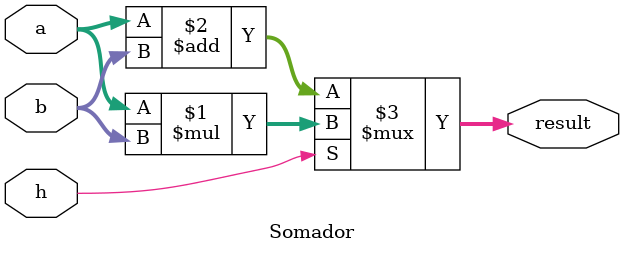
<source format=v>
module Somador (
    input h,
    input [15:0] a,
    input [15:0] b,
    output [15:0] result 
);
assign result = h ? a * b : a + b;
    
endmodule
</source>
